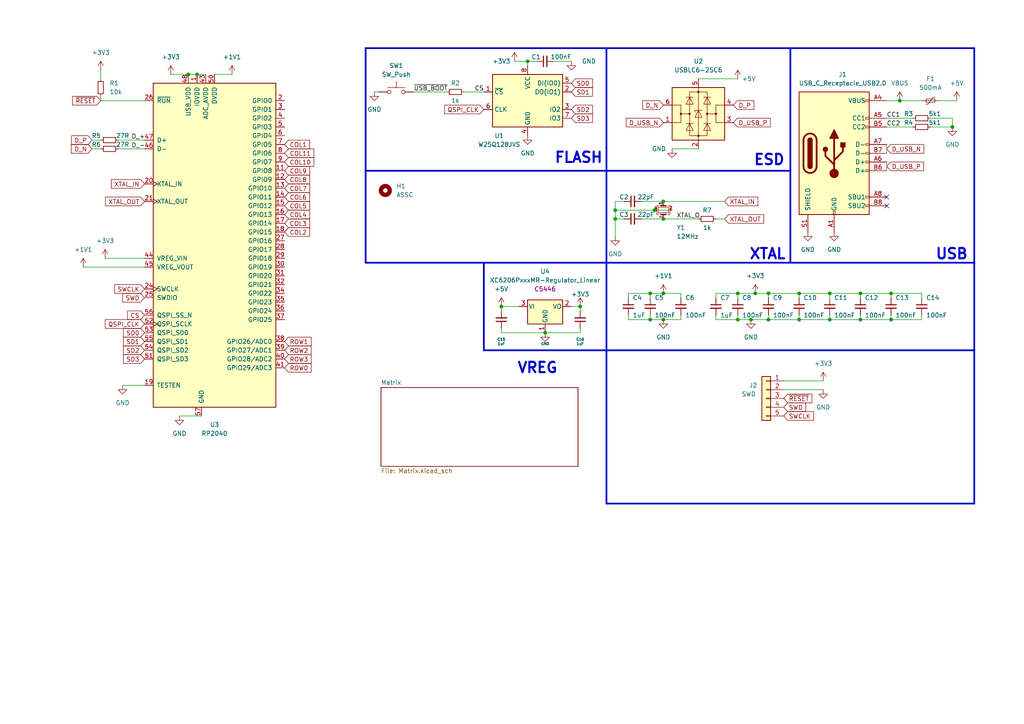
<source format=kicad_sch>
(kicad_sch (version 20211123) (generator eeschema)
  (paper "A4")
  (lib_symbols
    (symbol "Connector:USB_C_Receptacle_USB2.0" (pin_names (offset 1.016))
      (property "Reference" "J" (at -10.16 19.05 0))
      (property "Value" "USB_C_Receptacle_USB2.0" (at 19.05 19.05 0))
      (symbol "USB_C_Receptacle_USB2.0_0_0"
        (rectangle (start -0.254 -17.78) (end 0.254 -16.764))
        (rectangle (start 10.16 -14.986) (end 9.144 -15.494))
        (rectangle (start 10.16 -12.446) (end 9.144 -12.954))
        (rectangle (start 10.16 -4.826) (end 9.144 -5.334))
        (rectangle (start 10.16 -2.286) (end 9.144 -2.794))
        (rectangle (start 10.16 0.254) (end 9.144 -0.254))
        (rectangle (start 10.16 2.794) (end 9.144 2.286))
        (rectangle (start 10.16 7.874) (end 9.144 7.366))
        (rectangle (start 10.16 10.414) (end 9.144 9.906))
        (rectangle (start 10.16 15.494) (end 9.144 14.986))
      )
      (symbol "USB_C_Receptacle_USB2.0_0_1"
        (rectangle (start -10.16 17.78) (end 10.16 -17.78) (stroke (width 0.254)) (fill (type background)))
        (arc (start -8.89 -3.81) (mid -6.985 -5.715) (end -5.08 -3.81) (stroke (width 0.508)))
        (arc (start -7.62 -3.81) (mid -6.985 -4.445) (end -6.35 -3.81) (stroke (width 0.254)))
        (arc (start -7.62 -3.81) (mid -6.985 -4.445) (end -6.35 -3.81) (stroke (width 0.254)) (fill (type outline)))
        (rectangle (start -7.62 -3.81) (end -6.35 3.81) (stroke (width 0.254)) (fill (type outline)))
        (arc (start -6.35 3.81) (mid -6.985 4.445) (end -7.62 3.81) (stroke (width 0.254)))
        (arc (start -6.35 3.81) (mid -6.985 4.445) (end -7.62 3.81) (stroke (width 0.254)) (fill (type outline)))
        (arc (start -5.08 3.81) (mid -6.985 5.715) (end -8.89 3.81) (stroke (width 0.508)))
        (circle (center -2.54 1.143) (radius 0.635) (stroke (width 0.254)) (fill (type outline)))
        (circle (center 0 -5.842) (radius 1.27) (fill (type outline)))
        (polyline (pts (xy -8.89 -3.81) (xy -8.89 3.81)) (stroke (width 0.508)))
        (polyline (pts (xy -5.08 3.81) (xy -5.08 -3.81)) (stroke (width 0.508)))
        (polyline (pts (xy 0 -5.842) (xy 0 4.318)) (stroke (width 0.508)))
        (polyline (pts (xy 0 -3.302) (xy -2.54 -0.762) (xy -2.54 0.508)) (stroke (width 0.508)))
        (polyline (pts (xy 0 -2.032) (xy 2.54 0.508) (xy 2.54 1.778)) (stroke (width 0.508)))
        (polyline (pts (xy -1.27 4.318) (xy 0 6.858) (xy 1.27 4.318) (xy -1.27 4.318)) (stroke (width 0.254)) (fill (type outline)))
        (rectangle (start 1.905 1.778) (end 3.175 3.048) (stroke (width 0.254)) (fill (type outline)))
      )
      (symbol "USB_C_Receptacle_USB2.0_1_1"
        (pin passive line (at 0 -22.86 90) (length 5.08) (name "GND") (number "A1"))
        (pin passive line (at 0 -22.86 90) (length 5.08) hide (name "GND") (number "A12"))
        (pin passive line (at 15.24 15.24 180) (length 5.08) (name "VBUS") (number "A4"))
        (pin bidirectional line (at 15.24 10.16 180) (length 5.08) (name "CC1") (number "A5"))
        (pin bidirectional line (at 15.24 -2.54 180) (length 5.08) (name "D+") (number "A6"))
        (pin bidirectional line (at 15.24 2.54 180) (length 5.08) (name "D-") (number "A7"))
        (pin bidirectional line (at 15.24 -12.7 180) (length 5.08) (name "SBU1") (number "A8"))
        (pin passive line (at 15.24 15.24 180) (length 5.08) hide (name "VBUS") (number "A9"))
        (pin passive line (at 0 -22.86 90) (length 5.08) hide (name "GND") (number "B1"))
        (pin passive line (at 0 -22.86 90) (length 5.08) hide (name "GND") (number "B12"))
        (pin passive line (at 15.24 15.24 180) (length 5.08) hide (name "VBUS") (number "B4"))
        (pin bidirectional line (at 15.24 7.62 180) (length 5.08) (name "CC2") (number "B5"))
        (pin bidirectional line (at 15.24 -5.08 180) (length 5.08) (name "D+") (number "B6"))
        (pin bidirectional line (at 15.24 0 180) (length 5.08) (name "D-") (number "B7"))
        (pin bidirectional line (at 15.24 -15.24 180) (length 5.08) (name "SBU2") (number "B8"))
        (pin passive line (at 15.24 15.24 180) (length 5.08) hide (name "VBUS") (number "B9"))
        (pin passive line (at -7.62 -22.86 90) (length 5.08) (name "SHIELD") (number "S1"))
      )
    )
    (symbol "Connector_Generic:Conn_01x05" (pin_names (offset 1.016) hide)
      (property "Reference" "J" (at 0 7.62 0))
      (property "Value" "Conn_01x05" (at 0 -7.62 0))
      (symbol "Conn_01x05_1_1"
        (rectangle (start -1.27 -4.953) (end 0 -5.207) (stroke (width 0.1524)))
        (rectangle (start -1.27 -2.413) (end 0 -2.667) (stroke (width 0.1524)))
        (rectangle (start -1.27 0.127) (end 0 -0.127) (stroke (width 0.1524)))
        (rectangle (start -1.27 2.667) (end 0 2.413) (stroke (width 0.1524)))
        (rectangle (start -1.27 5.207) (end 0 4.953) (stroke (width 0.1524)))
        (rectangle (start -1.27 6.35) (end 1.27 -6.35) (stroke (width 0.254)) (fill (type background)))
        (pin passive line (at -5.08 5.08 0) (length 3.81) (name "Pin_1") (number "1"))
        (pin passive line (at -5.08 2.54 0) (length 3.81) (name "Pin_2") (number "2"))
        (pin passive line (at -5.08 0 0) (length 3.81) (name "Pin_3") (number "3"))
        (pin passive line (at -5.08 -2.54 0) (length 3.81) (name "Pin_4") (number "4"))
        (pin passive line (at -5.08 -5.08 0) (length 3.81) (name "Pin_5") (number "5"))
      )
    )
    (symbol "Device:C_Small" (pin_numbers hide) (pin_names (offset 0.254) hide)
      (property "Reference" "C" (at 0.254 1.778 0))
      (property "Value" "C_Small" (at 0.254 -2.032 0))
      (symbol "C_Small_0_1"
        (polyline (pts (xy -1.524 -0.508) (xy 1.524 -0.508)) (stroke (width 0.3302)))
        (polyline (pts (xy -1.524 0.508) (xy 1.524 0.508)) (stroke (width 0.3048)))
      )
      (symbol "C_Small_1_1"
        (pin passive line (at 0 2.54 270) (length 2.032) (name "~") (number "1"))
        (pin passive line (at 0 -2.54 90) (length 2.032) (name "~") (number "2"))
      )
    )
    (symbol "Device:Crystal_GND24_Small" (pin_names (offset 1.016) hide)
      (property "Reference" "Y" (at 1.27 4.445 0))
      (property "Value" "Crystal_GND24_Small" (at 1.27 2.54 0))
      (symbol "Crystal_GND24_Small_0_1"
        (rectangle (start -0.762 -1.524) (end 0.762 1.524))
        (polyline (pts (xy -1.27 -0.762) (xy -1.27 0.762)) (stroke (width 0.381)))
        (polyline (pts (xy 1.27 -0.762) (xy 1.27 0.762)) (stroke (width 0.381)))
        (polyline (pts (xy -1.27 -1.27) (xy -1.27 -1.905) (xy 1.27 -1.905) (xy 1.27 -1.27)))
        (polyline (pts (xy -1.27 1.27) (xy -1.27 1.905) (xy 1.27 1.905) (xy 1.27 1.27)))
      )
      (symbol "Crystal_GND24_Small_1_1"
        (pin passive line (at -2.54 0 0) (length 1.27) (name "1") (number "1"))
        (pin passive line (at 0 -2.54 90) (length 0.635) (name "2") (number "2"))
        (pin passive line (at 2.54 0 180) (length 1.27) (name "3") (number "3"))
        (pin passive line (at 0 2.54 270) (length 0.635) (name "4") (number "4"))
      )
    )
    (symbol "Device:Polyfuse_Small" (pin_numbers hide) (pin_names (offset 0))
      (property "Reference" "F" (at -1.905 0 90))
      (property "Value" "Polyfuse_Small" (at 1.905 0 90))
      (symbol "Polyfuse_Small_0_1"
        (rectangle (start -0.508 1.27) (end 0.508 -1.27))
        (polyline (pts (xy 0 2.54) (xy 0 -2.54)))
        (polyline (pts (xy -1.016 1.27) (xy -1.016 0.762) (xy 1.016 -0.762) (xy 1.016 -1.27)))
      )
      (symbol "Polyfuse_Small_1_1"
        (pin passive line (at 0 2.54 270) (length 0.635) (name "~") (number "1"))
        (pin passive line (at 0 -2.54 90) (length 0.635) (name "~") (number "2"))
      )
    )
    (symbol "Device:R_Small" (pin_numbers hide) (pin_names (offset 0.254) hide)
      (property "Reference" "R" (at 0.762 0.508 0))
      (property "Value" "R_Small" (at 0.762 -1.016 0))
      (symbol "R_Small_0_1"
        (rectangle (start -0.762 1.778) (end 0.762 -1.778) (stroke (width 0.2032)))
      )
      (symbol "R_Small_1_1"
        (pin passive line (at 0 2.54 270) (length 0.762) (name "~") (number "1"))
        (pin passive line (at 0 -2.54 90) (length 0.762) (name "~") (number "2"))
      )
    )
    (symbol "Mechanical:MountingHole" (pin_names (offset 1.016))
      (property "Reference" "H" (at 0 5.08 0))
      (property "Value" "MountingHole" (at 0 3.175 0))
      (symbol "MountingHole_0_1"
        (circle (center 0 0) (radius 1.27) (stroke (width 1.27)))
      )
    )
    (symbol "Memory_Flash:W25Q128JVS"
      (property "Reference" "U" (at -8.89 8.89 0))
      (property "Value" "W25Q128JVS" (at 7.62 8.89 0))
      (symbol "W25Q128JVS_0_1"
        (rectangle (start -10.16 7.62) (end 10.16 -7.62) (stroke (width 0.254)) (fill (type background)))
      )
      (symbol "W25Q128JVS_1_1"
        (pin input line (at -12.7 2.54 0) (length 2.54) (name "~{CS}") (number "1"))
        (pin bidirectional line (at 12.7 2.54 180) (length 2.54) (name "DO(IO1)") (number "2"))
        (pin bidirectional line (at 12.7 -2.54 180) (length 2.54) (name "IO2") (number "3"))
        (pin power_in line (at 0 -10.16 90) (length 2.54) (name "GND") (number "4"))
        (pin bidirectional line (at 12.7 5.08 180) (length 2.54) (name "DI(IO0)") (number "5"))
        (pin input line (at -12.7 -2.54 0) (length 2.54) (name "CLK") (number "6"))
        (pin bidirectional line (at 12.7 -5.08 180) (length 2.54) (name "IO3") (number "7"))
        (pin power_in line (at 0 10.16 270) (length 2.54) (name "VCC") (number "8"))
      )
    )
    (symbol "Power_Protection:USBLC6-2SC6" (pin_names hide)
      (property "Reference" "U" (at 2.54 8.89 0))
      (property "Value" "USBLC6-2SC6" (at 2.54 -8.89 0))
      (symbol "USBLC6-2SC6_0_1"
        (rectangle (start -7.62 -7.62) (end 7.62 7.62) (stroke (width 0.254)) (fill (type background)))
        (circle (center -5.08 0) (radius 0.254) (fill (type outline)))
        (circle (center -2.54 0) (radius 0.254) (fill (type outline)))
        (rectangle (start -2.54 6.35) (end 2.54 -6.35))
        (circle (center 0 -6.35) (radius 0.254) (fill (type outline)))
        (polyline (pts (xy -5.08 -2.54) (xy -7.62 -2.54)))
        (polyline (pts (xy -5.08 0) (xy -5.08 -2.54)))
        (polyline (pts (xy -5.08 2.54) (xy -7.62 2.54)))
        (polyline (pts (xy -1.524 -2.794) (xy -3.556 -2.794)))
        (polyline (pts (xy -1.524 4.826) (xy -3.556 4.826)))
        (polyline (pts (xy 0 -7.62) (xy 0 -6.35)))
        (polyline (pts (xy 0 -6.35) (xy 0 1.27)))
        (polyline (pts (xy 0 1.27) (xy 0 6.35)))
        (polyline (pts (xy 0 6.35) (xy 0 7.62)))
        (polyline (pts (xy 1.524 -2.794) (xy 3.556 -2.794)))
        (polyline (pts (xy 1.524 4.826) (xy 3.556 4.826)))
        (polyline (pts (xy 5.08 -2.54) (xy 7.62 -2.54)))
        (polyline (pts (xy 5.08 0) (xy 5.08 -2.54)))
        (polyline (pts (xy 5.08 2.54) (xy 7.62 2.54)))
        (polyline (pts (xy -2.54 0) (xy -5.08 0) (xy -5.08 2.54)))
        (polyline (pts (xy 2.54 0) (xy 5.08 0) (xy 5.08 2.54)))
        (polyline (pts (xy -3.556 -4.826) (xy -1.524 -4.826) (xy -2.54 -2.794) (xy -3.556 -4.826)))
        (polyline (pts (xy -3.556 2.794) (xy -1.524 2.794) (xy -2.54 4.826) (xy -3.556 2.794)))
        (polyline (pts (xy -1.016 -1.016) (xy 1.016 -1.016) (xy 0 1.016) (xy -1.016 -1.016)))
        (polyline (pts (xy 1.016 1.016) (xy 0.762 1.016) (xy -1.016 1.016) (xy -1.016 0.508)))
        (polyline (pts (xy 3.556 -4.826) (xy 1.524 -4.826) (xy 2.54 -2.794) (xy 3.556 -4.826)))
        (polyline (pts (xy 3.556 2.794) (xy 1.524 2.794) (xy 2.54 4.826) (xy 3.556 2.794)))
        (circle (center 0 6.35) (radius 0.254) (fill (type outline)))
        (circle (center 2.54 0) (radius 0.254) (fill (type outline)))
        (circle (center 5.08 0) (radius 0.254) (fill (type outline)))
      )
      (symbol "USBLC6-2SC6_1_1"
        (pin passive line (at -10.16 -2.54 0) (length 2.54) (name "I/O1") (number "1"))
        (pin passive line (at 0 -10.16 90) (length 2.54) (name "GND") (number "2"))
        (pin passive line (at 10.16 -2.54 180) (length 2.54) (name "I/O2") (number "3"))
        (pin passive line (at 10.16 2.54 180) (length 2.54) (name "I/O2") (number "4"))
        (pin passive line (at 0 10.16 270) (length 2.54) (name "VBUS") (number "5"))
        (pin passive line (at -10.16 2.54 0) (length 2.54) (name "I/O1") (number "6"))
      )
    )
    (symbol "Sleep-lib:RP2040" (pin_names (offset 1.016))
      (property "Reference" "U" (at 8.89 51.435 0))
      (property "Value" "RP2040" (at 8.89 48.895 0))
      (symbol "RP2040_0_0"
        (rectangle (start -17.78 -45.72) (end 17.78 48.26) (stroke (width 0.254)) (fill (type background)))
      )
      (symbol "RP2040_1_1"
        (pin power_in line (at -5.08 50.8 270) (length 2.54) (name "IOVDD") (number "1"))
        (pin power_in line (at -5.08 50.8 270) (length 2.54) hide (name "IOVDD") (number "10"))
        (pin input line (at 20.32 22.86 180) (length 2.54) (name "GPIO8") (number "11"))
        (pin input line (at 20.32 20.32 180) (length 2.54) (name "GPIO9") (number "12"))
        (pin input line (at 20.32 17.78 180) (length 2.54) (name "GPIO10") (number "13"))
        (pin input line (at 20.32 15.24 180) (length 2.54) (name "GPIO11") (number "14"))
        (pin input line (at 20.32 12.7 180) (length 2.54) (name "GPIO12") (number "15"))
        (pin input line (at 20.32 10.16 180) (length 2.54) (name "GPIO13") (number "16"))
        (pin input line (at 20.32 7.62 180) (length 2.54) (name "GPIO14") (number "17"))
        (pin input line (at 20.32 5.08 180) (length 2.54) (name "GPIO15") (number "18"))
        (pin input line (at -20.32 -39.37 0) (length 2.54) (name "TESTEN") (number "19"))
        (pin input line (at 20.32 43.18 180) (length 2.54) (name "GPIO0") (number "2"))
        (pin input clock (at -20.32 19.05 0) (length 2.54) (name "XTAL_IN") (number "20"))
        (pin input clock (at -20.32 13.97 0) (length 2.54) (name "XTAL_OUT") (number "21"))
        (pin power_in line (at -5.08 50.8 270) (length 2.54) hide (name "IOVDD") (number "22"))
        (pin power_in line (at 0 50.8 270) (length 2.54) hide (name "DVDD") (number "23"))
        (pin input clock (at -20.32 -11.43 0) (length 2.54) (name "SWCLK") (number "24"))
        (pin bidirectional line (at -20.32 -13.97 0) (length 2.54) (name "SWDIO") (number "25"))
        (pin input line (at -20.32 43.18 0) (length 2.54) (name "~{RUN}") (number "26"))
        (pin input line (at 20.32 2.54 180) (length 2.54) (name "GPIO16") (number "27"))
        (pin input line (at 20.32 0 180) (length 2.54) (name "GPIO17") (number "28"))
        (pin input line (at 20.32 -2.54 180) (length 2.54) (name "GPIO18") (number "29"))
        (pin input line (at 20.32 40.64 180) (length 2.54) (name "GPIO1") (number "3"))
        (pin input line (at 20.32 -5.08 180) (length 2.54) (name "GPIO19") (number "30"))
        (pin input line (at 20.32 -7.62 180) (length 2.54) (name "GPIO20") (number "31"))
        (pin input line (at 20.32 -10.16 180) (length 2.54) (name "GPIO21") (number "32"))
        (pin power_in line (at -5.08 50.8 270) (length 2.54) hide (name "IOVDD") (number "33"))
        (pin input line (at 20.32 -12.7 180) (length 2.54) (name "GPIO22") (number "34"))
        (pin input line (at 20.32 -15.24 180) (length 2.54) (name "GPIO23") (number "35"))
        (pin input line (at 20.32 -17.78 180) (length 2.54) (name "GPIO24") (number "36"))
        (pin input line (at 20.32 -20.32 180) (length 2.54) (name "GPIO25") (number "37"))
        (pin input line (at 20.32 -26.67 180) (length 2.54) (name "GPIO26/ADC0") (number "38"))
        (pin input line (at 20.32 -29.21 180) (length 2.54) (name "GPIO27/ADC1") (number "39"))
        (pin input line (at 20.32 38.1 180) (length 2.54) (name "GPIO2") (number "4"))
        (pin input line (at 20.32 -31.75 180) (length 2.54) (name "GPIO28/ADC2") (number "40"))
        (pin input line (at 20.32 -34.29 180) (length 2.54) (name "GPIO29/ADC3") (number "41"))
        (pin power_in line (at -5.08 50.8 270) (length 2.54) hide (name "IOVDD") (number "42"))
        (pin power_in line (at -2.54 50.8 270) (length 2.54) (name "ADC_AVDD") (number "43"))
        (pin power_in line (at -20.32 -2.54 0) (length 2.54) (name "VREG_VIN") (number "44"))
        (pin power_out line (at -20.32 -5.08 0) (length 2.54) (name "VREG_VOUT") (number "45"))
        (pin bidirectional line (at -20.32 29.21 0) (length 2.54) (name "D-") (number "46"))
        (pin bidirectional line (at -20.32 31.75 0) (length 2.54) (name "D+") (number "47"))
        (pin power_in line (at -7.62 50.8 270) (length 2.54) (name "USB_VDD") (number "48"))
        (pin power_in line (at -5.08 50.8 270) (length 2.54) hide (name "IOVDD") (number "49"))
        (pin input line (at 20.32 35.56 180) (length 2.54) (name "GPIO3") (number "5"))
        (pin power_in line (at 0 50.8 270) (length 2.54) (name "DVDD") (number "50"))
        (pin bidirectional line (at -20.32 -31.75 0) (length 2.54) (name "QSPI_SD3") (number "51"))
        (pin input clock (at -20.32 -21.59 0) (length 2.54) (name "QSPI_SCLK") (number "52"))
        (pin bidirectional line (at -20.32 -24.13 0) (length 2.54) (name "QSPI_SD0") (number "53"))
        (pin bidirectional line (at -20.32 -29.21 0) (length 2.54) (name "QSPI_SD2") (number "54"))
        (pin bidirectional line (at -20.32 -26.67 0) (length 2.54) (name "QSPI_SD1") (number "55"))
        (pin bidirectional line (at -20.32 -19.05 0) (length 2.54) (name "QSPI_SS_N") (number "56"))
        (pin power_in line (at -3.81 -48.26 90) (length 2.54) (name "GND") (number "57"))
        (pin input line (at 20.32 33.02 180) (length 2.54) (name "GPIO4") (number "6"))
        (pin input line (at 20.32 30.48 180) (length 2.54) (name "GPIO5") (number "7"))
        (pin input line (at 20.32 27.94 180) (length 2.54) (name "GPIO6") (number "8"))
        (pin input line (at 20.32 25.4 180) (length 2.54) (name "GPIO7") (number "9"))
      )
    )
    (symbol "Switch:SW_Push" (pin_numbers hide) (pin_names (offset 1.016) hide)
      (property "Reference" "SW" (at 1.27 2.54 0))
      (property "Value" "SW_Push" (at 0 -1.524 0))
      (symbol "SW_Push_0_1"
        (circle (center -2.032 0) (radius 0.508))
        (polyline (pts (xy 0 1.27) (xy 0 3.048)))
        (polyline (pts (xy 2.54 1.27) (xy -2.54 1.27)))
        (circle (center 2.032 0) (radius 0.508))
        (pin passive line (at -5.08 0 0) (length 2.54) (name "1") (number "1"))
        (pin passive line (at 5.08 0 180) (length 2.54) (name "2") (number "2"))
      )
    )
    (symbol "kicad-keyboard-parts:XC6206PxxxMR-Regulator_Linear" (pin_names (offset 0.254))
      (property "Reference" "U" (at -3.81 3.175 0))
      (property "Value" "XC6206PxxxMR-Regulator_Linear" (at 0 3.175 0))
      (property "LCSC" "C5446" (at 0 0 0))
      (symbol "XC6206PxxxMR-Regulator_Linear_0_1"
        (rectangle (start -5.08 1.905) (end 5.08 -5.08) (stroke (width 0.254)) (fill (type background)))
      )
      (symbol "XC6206PxxxMR-Regulator_Linear_1_1"
        (pin power_in line (at 0 -7.62 90) (length 2.54) (name "GND") (number "1"))
        (pin power_out line (at 7.62 0 180) (length 2.54) (name "VO") (number "2"))
        (pin power_in line (at -7.62 0 0) (length 2.54) (name "VI") (number "3"))
      )
    )
    (symbol "power:+1V1" (power) (pin_names (offset 0))
      (property "Value" "+1V1" (at 0 3.556 0))
      (symbol "+1V1_0_1"
        (polyline (pts (xy -0.762 1.27) (xy 0 2.54)))
        (polyline (pts (xy 0 0) (xy 0 2.54)))
        (polyline (pts (xy 0 2.54) (xy 0.762 1.27)))
      )
      (symbol "+1V1_1_1"
        (pin power_in line (at 0 0 90) (length 0) hide (name "+1V1") (number "1"))
      )
    )
    (symbol "power:+3.3V" (power) (pin_names (offset 0))
      (property "Value" "+3.3V" (at 0 3.556 0))
      (symbol "+3.3V_0_1"
        (polyline (pts (xy -0.762 1.27) (xy 0 2.54)))
        (polyline (pts (xy 0 0) (xy 0 2.54)))
        (polyline (pts (xy 0 2.54) (xy 0.762 1.27)))
      )
      (symbol "+3.3V_1_1"
        (pin power_in line (at 0 0 90) (length 0) hide (name "+3V3") (number "1"))
      )
    )
    (symbol "power:+3V3" (power) (pin_names (offset 0))
      (property "Value" "+3V3" (at 0 3.556 0))
      (symbol "+3V3_0_1"
        (polyline (pts (xy -0.762 1.27) (xy 0 2.54)))
        (polyline (pts (xy 0 0) (xy 0 2.54)))
        (polyline (pts (xy 0 2.54) (xy 0.762 1.27)))
      )
      (symbol "+3V3_1_1"
        (pin power_in line (at 0 0 90) (length 0) hide (name "+3V3") (number "1"))
      )
    )
    (symbol "power:+5V" (power) (pin_names (offset 0))
      (property "Value" "+5V" (at 0 3.556 0))
      (symbol "+5V_0_1"
        (polyline (pts (xy -0.762 1.27) (xy 0 2.54)))
        (polyline (pts (xy 0 0) (xy 0 2.54)))
        (polyline (pts (xy 0 2.54) (xy 0.762 1.27)))
      )
      (symbol "+5V_1_1"
        (pin power_in line (at 0 0 90) (length 0) hide (name "+5V") (number "1"))
      )
    )
    (symbol "power:GND" (power) (pin_names (offset 0))
      (property "Value" "GND" (at 0 -3.81 0))
      (symbol "GND_0_1"
        (polyline (pts (xy 0 0) (xy 0 -1.27) (xy 1.27 -1.27) (xy 0 -2.54) (xy -1.27 -1.27) (xy 0 -1.27)))
      )
      (symbol "GND_1_1"
        (pin power_in line (at 0 0 270) (length 0) hide (name "GND") (number "1"))
      )
    )
    (symbol "power:VBUS" (power) (pin_names (offset 0))
      (property "Value" "VBUS" (at 0 3.81 0))
      (symbol "VBUS_0_1"
        (polyline (pts (xy -0.762 1.27) (xy 0 2.54)))
        (polyline (pts (xy 0 0) (xy 0 2.54)))
        (polyline (pts (xy 0 2.54) (xy 0.762 1.27)))
      )
      (symbol "VBUS_1_1"
        (pin power_in line (at 0 0 90) (length 0) hide (name "VBUS") (number "1"))
      )
    )
  )
  (junction (at 192.405 63.5))
  (junction (at 213.995 92.71))
  (junction (at 258.445 92.71))
  (junction (at 57.15 21.59))
  (junction (at 260.985 29.21))
  (junction (at 188.595 85.09))
  (junction (at 240.665 92.71))
  (junction (at 249.555 85.09))
  (junction (at 249.555 92.71))
  (junction (at 222.885 92.71))
  (junction (at 231.775 85.09))
  (junction (at 222.885 85.09))
  (junction (at 192.405 85.09))
  (junction (at 178.435 60.96))
  (junction (at 178.435 63.5))
  (junction (at 217.805 92.71))
  (junction (at 153.035 17.78))
  (junction (at 192.405 58.42))
  (junction (at 258.445 85.09))
  (junction (at 192.405 92.71))
  (junction (at 189.865 60.96))
  (junction (at 213.995 85.09))
  (junction (at 219.075 85.09))
  (junction (at 231.775 92.71))
  (junction (at 276.225 36.83))
  (junction (at 240.665 85.09))
  (junction (at 158.115 96.52) (diameter 0.9144))
  (junction (at 145.415 88.9) (diameter 0.9144))
  (junction (at 168.275 88.9) (diameter 0.9144))
  (junction (at 54.61 21.59))
  (junction (at 188.595 92.71))
  (no_connect (at 257.175 59.69))
  (no_connect (at 257.175 57.15))
  (wire (pts (xy 231.775 85.09) (xy 231.775 86.36)))
  (wire (pts (xy 222.885 85.09) (xy 231.775 85.09)))
  (wire (pts (xy 26.67 43.18) (xy 29.21 43.18)))
  (polyline (pts (xy 175.895 13.97) (xy 229.235 13.97)) (stroke (width 0.5) (type solid)))
  (wire (pts (xy 186.055 63.5) (xy 192.405 63.5)))
  (wire (pts (xy 192.405 63.5) (xy 202.565 63.5)))
  (wire (pts (xy 207.645 63.5) (xy 210.185 63.5)))
  (wire (pts (xy 207.645 91.44) (xy 207.645 92.71)))
  (wire (pts (xy 231.775 85.09) (xy 240.665 85.09)))
  (wire (pts (xy 258.445 85.09) (xy 258.445 86.36)))
  (wire (pts (xy 249.555 85.09) (xy 258.445 85.09)))
  (wire (pts (xy 240.665 85.09) (xy 249.555 85.09)))
  (wire (pts (xy 178.435 63.5) (xy 178.435 68.58)))
  (wire (pts (xy 272.415 29.21) (xy 277.495 29.21)))
  (wire (pts (xy 29.21 27.94) (xy 29.21 29.21)))
  (wire (pts (xy 145.415 88.9) (xy 150.495 88.9)))
  (wire (pts (xy 34.29 40.64) (xy 41.91 40.64)))
  (wire (pts (xy 257.175 34.29) (xy 264.795 34.29)))
  (wire (pts (xy 145.415 95.25) (xy 145.415 96.52)))
  (polyline (pts (xy 282.575 146.05) (xy 282.575 101.6)) (stroke (width 0.5) (type solid)))
  (wire (pts (xy 178.435 60.96) (xy 178.435 63.5)))
  (wire (pts (xy 238.76 113.03) (xy 227.33 113.03)))
  (wire (pts (xy 62.23 21.59) (xy 67.31 21.59)))
  (wire (pts (xy 188.595 91.44) (xy 188.595 92.71)))
  (wire (pts (xy 26.67 40.64) (xy 29.21 40.64)))
  (wire (pts (xy 227.33 110.49) (xy 238.76 110.49)))
  (polyline (pts (xy 282.575 101.6) (xy 282.575 76.2)) (stroke (width 0.5) (type solid)))
  (wire (pts (xy 54.61 21.59) (xy 57.15 21.59)))
  (wire (pts (xy 49.53 21.59) (xy 54.61 21.59)))
  (wire (pts (xy 57.15 21.59) (xy 59.69 21.59)))
  (polyline (pts (xy 175.895 49.53) (xy 229.235 49.53)) (stroke (width 0.5) (type solid)))
  (wire (pts (xy 189.865 60.96) (xy 194.945 60.96)))
  (wire (pts (xy 180.975 58.42) (xy 178.435 58.42)))
  (wire (pts (xy 178.435 58.42) (xy 178.435 60.96)))
  (wire (pts (xy 178.435 63.5) (xy 180.975 63.5)))
  (wire (pts (xy 269.875 34.29) (xy 276.225 34.29)))
  (wire (pts (xy 276.225 34.29) (xy 276.225 36.83)))
  (wire (pts (xy 207.645 85.09) (xy 207.645 86.36)))
  (wire (pts (xy 52.07 120.65) (xy 58.42 120.65)))
  (wire (pts (xy 30.48 74.93) (xy 41.91 74.93)))
  (wire (pts (xy 158.115 96.52) (xy 145.415 96.52)))
  (wire (pts (xy 35.56 111.76) (xy 41.91 111.76)))
  (wire (pts (xy 222.885 92.71) (xy 231.775 92.71)))
  (wire (pts (xy 231.775 92.71) (xy 231.775 91.44)))
  (wire (pts (xy 149.225 17.78) (xy 153.035 17.78)))
  (wire (pts (xy 160.655 17.78) (xy 165.735 17.78)))
  (polyline (pts (xy 175.895 146.05) (xy 175.895 101.6)) (stroke (width 0.5) (type solid)))
  (wire (pts (xy 240.665 85.09) (xy 240.665 86.36)))
  (wire (pts (xy 108.585 26.67) (xy 109.855 26.67)))
  (wire (pts (xy 240.665 91.44) (xy 240.665 92.71)))
  (polyline (pts (xy 175.895 146.05) (xy 282.575 146.05)) (stroke (width 0.5) (type solid)))
  (polyline (pts (xy 140.335 101.6) (xy 140.335 76.2)) (stroke (width 0.5) (type solid)))
  (wire (pts (xy 213.995 91.44) (xy 213.995 92.71)))
  (polyline (pts (xy 175.895 101.6) (xy 175.895 76.2)) (stroke (width 0.5) (type solid)))
  (wire (pts (xy 197.485 92.71) (xy 197.485 91.44)))
  (wire (pts (xy 192.405 92.71) (xy 197.485 92.71)))
  (wire (pts (xy 258.445 85.09) (xy 267.335 85.09)))
  (wire (pts (xy 267.335 85.09) (xy 267.335 86.36)))
  (polyline (pts (xy 106.045 76.2) (xy 106.045 13.97)) (stroke (width 0.5) (type solid)))
  (polyline (pts (xy 140.335 101.6) (xy 175.895 101.6)) (stroke (width 0.5) (type solid)))
  (wire (pts (xy 168.275 88.9) (xy 168.275 90.17)))
  (wire (pts (xy 213.995 85.09) (xy 207.645 85.09)))
  (wire (pts (xy 213.995 85.09) (xy 213.995 86.36)))
  (wire (pts (xy 207.645 92.71) (xy 213.995 92.71)))
  (wire (pts (xy 222.885 92.71) (xy 222.885 91.44)))
  (wire (pts (xy 249.555 85.09) (xy 249.555 86.36)))
  (wire (pts (xy 222.885 85.09) (xy 222.885 86.36)))
  (polyline (pts (xy 106.045 49.53) (xy 175.895 49.53)) (stroke (width 0.5) (type solid)))
  (wire (pts (xy 153.035 17.78) (xy 153.035 19.05)))
  (wire (pts (xy 231.775 92.71) (xy 240.665 92.71)))
  (wire (pts (xy 258.445 92.71) (xy 258.445 91.44)))
  (wire (pts (xy 249.555 92.71) (xy 258.445 92.71)))
  (wire (pts (xy 240.665 92.71) (xy 249.555 92.71)))
  (wire (pts (xy 257.175 41.91) (xy 257.175 44.45)))
  (wire (pts (xy 192.405 85.09) (xy 197.485 85.09)))
  (wire (pts (xy 197.485 85.09) (xy 197.485 86.36)))
  (wire (pts (xy 249.555 91.44) (xy 249.555 92.71)))
  (polyline (pts (xy 175.895 76.2) (xy 229.235 76.2)) (stroke (width 0.5) (type solid)))
  (wire (pts (xy 182.245 92.71) (xy 188.595 92.71)))
  (wire (pts (xy 182.245 91.44) (xy 182.245 92.71)))
  (wire (pts (xy 188.595 85.09) (xy 188.595 86.36)))
  (wire (pts (xy 41.91 77.47) (xy 24.13 77.47)))
  (wire (pts (xy 178.435 60.96) (xy 189.865 60.96)))
  (wire (pts (xy 168.275 95.25) (xy 168.275 96.52)))
  (wire (pts (xy 158.115 96.52) (xy 168.275 96.52)))
  (wire (pts (xy 194.945 43.18) (xy 202.565 43.18)))
  (wire (pts (xy 257.175 46.99) (xy 257.175 49.53)))
  (wire (pts (xy 213.995 92.71) (xy 217.805 92.71)))
  (polyline (pts (xy 106.045 76.2) (xy 175.895 76.2)) (stroke (width 0.5) (type solid)))
  (wire (pts (xy 258.445 92.71) (xy 267.335 92.71)))
  (wire (pts (xy 267.335 92.71) (xy 267.335 91.44)))
  (wire (pts (xy 257.175 29.21) (xy 260.985 29.21)))
  (wire (pts (xy 260.985 29.21) (xy 267.335 29.21)))
  (polyline (pts (xy 229.235 13.97) (xy 229.235 76.2)) (stroke (width 0.5) (type solid)))
  (polyline (pts (xy 229.235 76.2) (xy 282.575 76.2)) (stroke (width 0.5) (type solid)))
  (polyline (pts (xy 229.235 13.97) (xy 282.575 13.97)) (stroke (width 0.5) (type solid)))
  (polyline (pts (xy 282.575 76.2) (xy 282.575 13.97)) (stroke (width 0.5) (type solid)))
  (wire (pts (xy 29.21 29.21) (xy 41.91 29.21)))
  (wire (pts (xy 120.015 26.67) (xy 129.54 26.67)))
  (wire (pts (xy 134.62 26.67) (xy 140.335 26.67)))
  (wire (pts (xy 257.175 36.83) (xy 264.795 36.83)))
  (polyline (pts (xy 175.895 76.2) (xy 175.895 13.97)) (stroke (width 0.5) (type solid)))
  (polyline (pts (xy 175.895 101.6) (xy 282.575 101.6)) (stroke (width 0.5) (type solid)))
  (wire (pts (xy 153.035 17.78) (xy 155.575 17.78)))
  (polyline (pts (xy 106.045 13.97) (xy 175.895 13.97)) (stroke (width 0.5) (type solid)))
  (wire (pts (xy 269.875 36.83) (xy 276.225 36.83)))
  (wire (pts (xy 145.415 88.9) (xy 145.415 90.17)))
  (wire (pts (xy 165.735 88.9) (xy 168.275 88.9)))
  (wire (pts (xy 186.055 58.42) (xy 192.405 58.42)))
  (wire (pts (xy 188.595 92.71) (xy 192.405 92.71)))
  (wire (pts (xy 192.405 85.09) (xy 188.595 85.09)))
  (wire (pts (xy 188.595 85.09) (xy 182.245 85.09)))
  (wire (pts (xy 182.245 85.09) (xy 182.245 86.36)))
  (wire (pts (xy 213.995 85.09) (xy 219.075 85.09)))
  (wire (pts (xy 219.075 85.09) (xy 222.885 85.09)))
  (wire (pts (xy 217.805 92.71) (xy 222.885 92.71)))
  (wire (pts (xy 34.29 43.18) (xy 41.91 43.18)))
  (wire (pts (xy 192.405 58.42) (xy 210.185 58.42)))
  (wire (pts (xy 202.565 22.86) (xy 213.995 22.86)))
  (wire (pts (xy 29.21 20.32) (xy 29.21 22.86)))
  (text "USB\n" (at 271.145 75.565 0) (effects (font (size 3 3) (thickness 0.6) bold) (justify left bottom)))
  (text "VREG" (at 149.86 108.585 0) (effects (font (size 3 3) (thickness 0.6) bold) (justify left bottom)))
  (text "ESD" (at 218.44 48.26 0) (effects (font (size 3 3) (thickness 0.6) bold) (justify left bottom)))
  (text "XTAL\n" (at 217.17 75.565 0) (effects (font (size 3 3) (thickness 0.6) bold) (justify left bottom)))
  (text "FLASH" (at 160.655 47.625 0) (effects (font (size 3 3) (thickness 0.6) bold) (justify left bottom)))
  (label "CC1" (at 257.175 34.29 0))
  (label "CS" (at 140.335 26.67 180))
  (label "XTAL_O" (at 196.215 63.5 0))
  (label "D_-" (at 38.1 43.18 0))
  (label "CC2" (at 257.175 36.83 0))
  (label "D_+" (at 38.1 40.64 0))
  (label "~{USB_BOOT}" (at 120.015 26.67 0))
  (global_label "COL11" (shape input) (at 82.55 44.45 0) (property "Intersheet References" "${INTERSHEET_REFS}" (effects hide)))
  (global_label "SWCLK" (shape input) (at 41.91 83.82 180) (property "Intersheet References" "${INTERSHEET_REFS}" (effects hide)))
  (global_label "COL5" (shape input) (at 82.55 59.69 0) (property "Intersheet References" "${INTERSHEET_REFS}" (effects hide)))
  (global_label "COL8" (shape input) (at 82.55 52.07 0) (property "Intersheet References" "${INTERSHEET_REFS}" (effects hide)))
  (global_label "QSPI_CLK" (shape input) (at 140.335 31.75 180) (property "Intersheet References" "${INTERSHEET_REFS}" (effects hide)))
  (global_label "SD0" (shape input) (at 41.91 96.52 180) (property "Intersheet References" "${INTERSHEET_REFS}" (effects hide)))
  (global_label "XTAL_IN" (shape input) (at 41.91 53.34 180) (property "Intersheet References" "${INTERSHEET_REFS}" (effects hide)))
  (global_label "ROW2" (shape input) (at 82.55 101.6 0) (property "Intersheet References" "${INTERSHEET_REFS}" (effects hide)))
  (global_label "D_P" (shape input) (at 26.67 40.64 180) (property "Intersheet References" "${INTERSHEET_REFS}" (effects hide)))
  (global_label "COL2" (shape input) (at 82.55 67.31 0) (property "Intersheet References" "${INTERSHEET_REFS}" (effects hide)))
  (global_label "SWCLK" (shape input) (at 227.33 120.65 0) (property "Intersheet References" "${INTERSHEET_REFS}" (effects hide)))
  (global_label "D_N" (shape input) (at 26.67 43.18 180) (property "Intersheet References" "${INTERSHEET_REFS}" (effects hide)))
  (global_label "D_USB_N" (shape input) (at 192.405 35.56 180) (property "Intersheet References" "${INTERSHEET_REFS}" (effects hide)))
  (global_label "XTAL_IN" (shape input) (at 210.185 58.42 0) (property "Intersheet References" "${INTERSHEET_REFS}" (effects hide)))
  (global_label "COL10" (shape input) (at 82.55 46.99 0) (property "Intersheet References" "${INTERSHEET_REFS}" (effects hide)))
  (global_label "XTAL_OUT" (shape input) (at 41.91 58.42 180) (property "Intersheet References" "${INTERSHEET_REFS}" (effects hide)))
  (global_label "D_USB_P" (shape input) (at 257.175 48.26 0) (property "Intersheet References" "${INTERSHEET_REFS}" (effects hide)))
  (global_label "SD1" (shape input) (at 41.91 99.06 180) (property "Intersheet References" "${INTERSHEET_REFS}" (effects hide)))
  (global_label "XTAL_OUT" (shape input) (at 210.185 63.5 0) (property "Intersheet References" "${INTERSHEET_REFS}" (effects hide)))
  (global_label "COL6" (shape input) (at 82.55 57.15 0) (property "Intersheet References" "${INTERSHEET_REFS}" (effects hide)))
  (global_label "ROW3" (shape input) (at 82.55 104.14 0) (property "Intersheet References" "${INTERSHEET_REFS}" (effects hide)))
  (global_label "D_N" (shape input) (at 192.405 30.48 180) (property "Intersheet References" "${INTERSHEET_REFS}" (effects hide)))
  (global_label "D_P" (shape input) (at 212.725 30.48 0) (property "Intersheet References" "${INTERSHEET_REFS}" (effects hide)))
  (global_label "CS" (shape input) (at 41.91 91.44 180) (property "Intersheet References" "${INTERSHEET_REFS}" (effects hide)))
  (global_label "ROW1" (shape input) (at 82.55 99.06 0) (property "Intersheet References" "${INTERSHEET_REFS}" (effects hide)))
  (global_label "COL3" (shape input) (at 82.55 64.77 0) (property "Intersheet References" "${INTERSHEET_REFS}" (effects hide)))
  (global_label "SWD" (shape input) (at 41.91 86.36 180) (property "Intersheet References" "${INTERSHEET_REFS}" (effects hide)))
  (global_label "COL9" (shape input) (at 82.55 49.53 0) (property "Intersheet References" "${INTERSHEET_REFS}" (effects hide)))
  (global_label "SD1" (shape input) (at 165.735 26.67 0) (property "Intersheet References" "${INTERSHEET_REFS}" (effects hide)))
  (global_label "ROW0" (shape input) (at 82.55 106.68 0) (property "Intersheet References" "${INTERSHEET_REFS}" (effects hide)))
  (global_label "SD3" (shape input) (at 41.91 104.14 180) (property "Intersheet References" "${INTERSHEET_REFS}" (effects hide)))
  (global_label "~{RESET}" (shape input) (at 227.33 115.57 0) (property "Intersheet References" "${INTERSHEET_REFS}" (effects hide)))
  (global_label "D_USB_P" (shape input) (at 212.725 35.56 0) (property "Intersheet References" "${INTERSHEET_REFS}" (effects hide)))
  (global_label "D_USB_N" (shape input) (at 257.175 43.18 0) (property "Intersheet References" "${INTERSHEET_REFS}" (effects hide)))
  (global_label "QSPI_CLK" (shape input) (at 41.91 93.98 180) (property "Intersheet References" "${INTERSHEET_REFS}" (effects hide)))
  (global_label "COL1" (shape input) (at 82.55 41.91 0) (property "Intersheet References" "${INTERSHEET_REFS}" (effects hide)))
  (global_label "SD2" (shape input) (at 41.91 101.6 180) (property "Intersheet References" "${INTERSHEET_REFS}" (effects hide)))
  (global_label "SD2" (shape input) (at 165.735 31.75 0) (property "Intersheet References" "${INTERSHEET_REFS}" (effects hide)))
  (global_label "COL7" (shape input) (at 82.55 54.61 0) (property "Intersheet References" "${INTERSHEET_REFS}" (effects hide)))
  (global_label "SD3" (shape input) (at 165.735 34.29 0) (property "Intersheet References" "${INTERSHEET_REFS}" (effects hide)))
  (global_label "COL4" (shape input) (at 82.55 62.23 0) (property "Intersheet References" "${INTERSHEET_REFS}" (effects hide)))
  (global_label "SWD" (shape input) (at 227.33 118.11 0) (property "Intersheet References" "${INTERSHEET_REFS}" (effects hide)))
  (global_label "SD0" (shape input) (at 165.735 24.13 0) (property "Intersheet References" "${INTERSHEET_REFS}" (effects hide)))
  (global_label "~{RESET}" (shape input) (at 29.21 29.21 180) (property "Intersheet References" "${INTERSHEET_REFS}" (effects hide)))
  (symbol (lib_id "Device:R_Small") (at 267.335 36.83 90) (unit 1)
    (property "Reference" "R4" (at 263.525 35.56 90))
    (property "Value" "5k1" (at 271.145 35.56 90))
    (property "Footprint" "Resistor_SMD:R_0402_1005Metric" (effects hide))
    (property "LCSC" "C25905" (effects hide))
  )
  (symbol (lib_id "power:VBUS") (at 260.985 29.21 0) (unit 1)
    (property "Reference" "#PWR08" (effects hide))
    (property "Value" "VBUS" (at 260.985 24.13 0))
  )
  (symbol (lib_id "Device:C_Small") (at 240.665 88.9 0) (unit 1)
    (property "Reference" "C11" (at 241.935 86.3599 0) (effects (justify left)))
    (property "Value" "100nF" (at 241.935 91.4399 0) (effects (justify left)))
    (property "Footprint" "Capacitor_SMD:C_0402_1005Metric" (effects hide))
    (property "LCSC" "C1525" (effects hide))
  )
  (symbol (lib_id "power:GND") (at 234.315 67.31 0) (unit 1)
    (property "Reference" "#PWR017" (effects hide))
    (property "Value" "GND" (at 234.315 72.39 0))
  )
  (symbol (lib_id "power:+3V3") (at 149.225 17.78 0) (unit 1)
    (property "Reference" "#PWR01" (effects hide))
    (property "Value" "+3V3" (at 145.415 17.78 0))
  )
  (symbol (lib_id "Sleep-lib:RP2040") (at 62.23 72.39 0) (unit 1)
    (property "Reference" "U3" (at 62.23 123.19 0))
    (property "Value" "RP2040" (at 62.23 125.73 0))
    (property "Footprint" "Sleep-Lib:RP2040-QFN-56" (effects hide))
    (property "Datasheet" "https://datasheets.raspberrypi.com/rp2040/rp2040-datasheet.pdf" (effects hide))
    (property "LCSC" "C2040" (effects hide))
  )
  (symbol (lib_id "Device:Polyfuse_Small") (at 269.875 29.21 90) (unit 1)
    (property "Reference" "F1" (at 269.875 22.86 90))
    (property "Value" "500mA" (at 269.875 25.4 90))
    (property "Footprint" "Fuse:Fuse_1206_3216Metric" (effects hide))
    (property "LCSC" "C70076" (effects hide))
  )
  (symbol (lib_id "power:+5V") (at 277.495 29.21 0) (unit 1)
    (property "Reference" "#PWR09" (effects hide))
    (property "Value" "+5V" (at 277.495 24.13 0))
  )
  (symbol (lib_id "power:GND") (at 217.805 92.71 0) (unit 1)
    (property "Reference" "#PWR027" (effects hide))
    (property "Value" "GND" (at 217.805 97.79 0))
  )
  (symbol (lib_id "power:+3V3") (at 238.76 110.49 0) (unit 1)
    (property "Reference" "#PWR030" (effects hide))
    (property "Value" "+3V3" (at 238.76 105.41 0))
  )
  (symbol (lib_id "Device:C_Small") (at 267.335 88.9 0) (unit 1)
    (property "Reference" "C14" (at 268.605 86.3599 0) (effects (justify left)))
    (property "Value" "100nF" (at 268.605 91.4399 0) (effects (justify left)))
    (property "Footprint" "Capacitor_SMD:C_0402_1005Metric" (effects hide))
    (property "LCSC" "C1525" (effects hide))
  )
  (symbol (lib_id "power:GND") (at 52.07 120.65 0) (unit 1)
    (property "Reference" "#PWR032" (effects hide))
    (property "Value" "GND" (at 52.07 125.73 0))
  )
  (symbol (lib_id "power:GND") (at 153.035 39.37 0) (unit 1)
    (property "Reference" "#PWR011" (effects hide))
    (property "Value" "GND" (at 153.035 44.45 0))
  )
  (symbol (lib_id "Switch:SW_Push") (at 114.935 26.67 0) (unit 1) (in_bom no)
    (property "Reference" "SW1" (at 114.935 19.05 0))
    (property "Value" "SW_Push" (at 114.935 21.59 0))
    (property "Footprint" "Connector_PinSocket_2.54mm:PinSocket_1x02_P2.54mm_Vertical" (effects hide))
  )
  (symbol (lib_id "Device:C_Small") (at 182.245 88.9 0) (unit 1)
    (property "Reference" "C4" (at 183.515 86.3599 0) (effects (justify left)))
    (property "Value" "1uF" (at 183.515 91.4399 0) (effects (justify left)))
    (property "Footprint" "Capacitor_SMD:C_0402_1005Metric" (effects hide))
    (property "LCSC" "C52923" (effects hide))
  )
  (symbol (lib_id "power:+3V3") (at 30.48 74.93 0) (unit 1)
    (property "Reference" "#PWR020" (effects hide))
    (property "Value" "+3V3" (at 30.48 69.85 0))
  )
  (symbol (lib_id "power:GND") (at 158.115 96.52 0) (unit 1)
    (property "Reference" "#PWR028" (effects hide))
    (property "Value" "GND" (at 158.115 99.695 0) (effects (font (size 0.762 0.762))))
  )
  (symbol (lib_id "Device:C_Small") (at 158.115 17.78 90) (unit 1)
    (property "Reference" "C1" (at 156.8449 16.51 90) (effects (justify left)))
    (property "Value" "100nF" (at 165.7349 16.51 90) (effects (justify left)))
    (property "Footprint" "Capacitor_SMD:C_0402_1005Metric" (effects hide))
    (property "LCSC" "C1525" (effects hide))
  )
  (symbol (lib_id "Device:R_Small") (at 29.21 25.4 0) (unit 1)
    (property "Reference" "R1" (at 31.75 24.1299 0) (effects (justify left)))
    (property "Value" "10k" (at 31.75 26.6699 0) (effects (justify left)))
    (property "Footprint" "Resistor_SMD:R_0402_1005Metric" (effects hide))
    (property "LCSC" "C25744" (effects hide))
  )
  (symbol (lib_id "Device:C_Small") (at 183.515 63.5 90) (unit 1)
    (property "Reference" "C3" (at 180.975 62.23 90))
    (property "Value" "22pF" (at 187.325 62.23 90))
    (property "Footprint" "Capacitor_SMD:C_0402_1005Metric" (effects hide))
    (property "LCSC" "C1555" (effects hide))
  )
  (symbol (lib_id "Power_Protection:USBLC6-2SC6") (at 202.565 33.02 0) (unit 1)
    (property "Reference" "U2" (at 202.565 17.78 0))
    (property "Value" "USBLC6-2SC6" (at 202.565 20.32 0))
    (property "Footprint" "Package_TO_SOT_SMD:SOT-23-6" (effects hide))
    (property "Datasheet" "https://www.st.com/resource/en/datasheet/usblc6-2.pdf" (effects hide))
    (property "LCSC" "C2827654" (effects hide))
  )
  (symbol (lib_id "power:+3V3") (at 29.21 20.32 0) (unit 1)
    (property "Reference" "#PWR03" (effects hide))
    (property "Value" "+3V3" (at 29.21 15.24 0))
  )
  (symbol (lib_id "Device:C_Small") (at 168.275 92.71 180) (unit 1)
    (property "Reference" "C16" (at 168.275 98.425 0) (effects (font (size 0.762 0.762))))
    (property "Value" "1uF" (at 168.275 99.695 0) (effects (font (size 0.762 0.762))))
    (property "Footprint" "Capacitor_SMD:C_0402_1005Metric" (effects hide))
    (property "LCSC" "C52923" (effects hide))
  )
  (symbol (lib_id "power:+3V3") (at 219.075 85.09 0) (unit 1)
    (property "Reference" "#PWR023" (effects hide))
    (property "Value" "+3V3" (at 219.075 80.01 0))
  )
  (symbol (lib_id "Connector_Generic:Conn_01x05") (at 222.25 115.57 0) (mirror y) (unit 1) (in_bom no)
    (property "Reference" "J2" (at 218.44 111.76 0))
    (property "Value" "SWD" (at 217.17 114.3 0))
    (property "Footprint" "Connector_PinSocket_2.54mm:PinSocket_1x05_P2.54mm_Vertical" (effects hide))
  )
  (symbol (lib_id "power:GND") (at 178.435 68.58 0) (unit 1)
    (property "Reference" "#PWR019" (effects hide))
    (property "Value" "GND" (at 178.435 73.66 0))
  )
  (symbol (lib_id "Device:C_Small") (at 258.445 88.9 0) (unit 1)
    (property "Reference" "C13" (at 259.715 86.3599 0) (effects (justify left)))
    (property "Value" "100nF" (at 259.715 91.4399 0) (effects (justify left)))
    (property "Footprint" "Capacitor_SMD:C_0402_1005Metric" (effects hide))
    (property "LCSC" "C1525" (effects hide))
  )
  (symbol (lib_id "power:+1V1") (at 24.13 77.47 0) (unit 1)
    (property "Reference" "#PWR021" (effects hide))
    (property "Value" "+1V1" (at 24.13 72.39 0))
  )
  (symbol (lib_id "Device:C_Small") (at 207.645 88.9 0) (unit 1)
    (property "Reference" "C7" (at 208.915 86.3599 0) (effects (justify left)))
    (property "Value" "1uF" (at 208.915 91.4399 0) (effects (justify left)))
    (property "Footprint" "Capacitor_SMD:C_0402_1005Metric" (effects hide))
    (property "LCSC" "C52923" (effects hide))
  )
  (symbol (lib_id "power:+5V") (at 145.415 88.9 0) (unit 1)
    (property "Reference" "#PWR024" (effects hide))
    (property "Value" "+5V" (at 145.415 83.82 0))
  )
  (symbol (lib_id "power:GND") (at 165.735 17.78 0) (unit 1)
    (property "Reference" "#PWR02" (effects hide))
    (property "Value" "GND" (at 170.815 17.78 0))
  )
  (symbol (lib_id "Device:C_Small") (at 183.515 58.42 90) (unit 1)
    (property "Reference" "C2" (at 180.975 57.15 90))
    (property "Value" "22pF" (at 187.325 57.15 90))
    (property "Footprint" "Capacitor_SMD:C_0402_1005Metric" (effects hide))
    (property "LCSC" "C1555" (effects hide))
  )
  (symbol (lib_id "Device:C_Small") (at 231.775 88.9 0) (unit 1)
    (property "Reference" "C10" (at 233.045 86.3599 0) (effects (justify left)))
    (property "Value" "100nF" (at 233.045 91.4399 0) (effects (justify left)))
    (property "Footprint" "Capacitor_SMD:C_0402_1005Metric" (effects hide))
    (property "LCSC" "C1525" (effects hide))
  )
  (symbol (lib_id "Device:C_Small") (at 222.885 88.9 0) (unit 1)
    (property "Reference" "C9" (at 224.155 86.3599 0) (effects (justify left)))
    (property "Value" "100nF" (at 224.155 91.4399 0) (effects (justify left)))
    (property "Footprint" "Capacitor_SMD:C_0402_1005Metric" (effects hide))
    (property "LCSC" "C1525" (effects hide))
  )
  (symbol (lib_id "Device:R_Small") (at 267.335 34.29 90) (unit 1)
    (property "Reference" "R3" (at 263.525 33.02 90))
    (property "Value" "5k1" (at 271.145 33.02 90))
    (property "Footprint" "Resistor_SMD:R_0402_1005Metric" (effects hide))
    (property "LCSC" "C25905" (effects hide))
  )
  (symbol (lib_id "Device:Crystal_GND24_Small") (at 192.405 60.96 90) (unit 1)
    (property "Reference" "Y1" (at 196.215 66.04 90) (effects (justify right)))
    (property "Value" "12MHz" (at 196.215 68.58 90) (effects (justify right)))
    (property "Footprint" "Crystal:Crystal_SMD_3225-4Pin_3.2x2.5mm" (effects hide))
    (property "LCSC" "C97242" (effects hide))
  )
  (symbol (lib_id "power:+3.3V") (at 168.275 88.9 0) (unit 1)
    (property "Reference" "#PWR025" (effects hide))
    (property "Value" "+3.3V" (at 168.275 85.3526 0))
  )
  (symbol (lib_id "Device:C_Small") (at 249.555 88.9 0) (unit 1)
    (property "Reference" "C12" (at 250.825 86.3599 0) (effects (justify left)))
    (property "Value" "100nF" (at 250.825 91.4399 0) (effects (justify left)))
    (property "Footprint" "Capacitor_SMD:C_0402_1005Metric" (effects hide))
    (property "LCSC" "C1525" (effects hide))
  )
  (symbol (lib_id "power:GND") (at 276.225 36.83 0) (unit 1)
    (property "Reference" "#PWR010" (effects hide))
    (property "Value" "GND" (at 276.225 41.91 0))
  )
  (symbol (lib_id "Memory_Flash:W25Q128JVS") (at 153.035 29.21 0) (unit 1)
    (property "Reference" "U1" (at 144.78 39.37 0))
    (property "Value" "W25Q128JVS" (at 144.78 41.91 0))
    (property "Footprint" "Package_SO:SOIC-8_5.23x5.23mm_P1.27mm" (effects hide))
    (property "Datasheet" "http://www.winbond.com/resource-files/w25q128jv_dtr%20revc%2003272018%20plus.pdf" (effects hide))
    (property "LCSC" "C131025" (effects hide))
  )
  (symbol (lib_id "kicad-keyboard-parts:XC6206PxxxMR-Regulator_Linear") (at 158.115 88.9 0) (unit 1)
    (property "Reference" "U4" (at 158.115 78.74 0))
    (property "Value" "XC6206PxxxMR-Regulator_Linear" (at 158.115 81.28 0))
    (property "Footprint" "Package_TO_SOT_SMD:SOT-23" (effects hide))
    (property "Datasheet" "https://www.torexsemi.com/file/xc6206/XC6206.pdf" (effects hide))
    (property "LCSC" "C5446" (at 158.115 83.82 0))
  )
  (symbol (lib_id "power:GND") (at 241.935 67.31 0) (unit 1)
    (property "Reference" "#PWR018" (effects hide))
    (property "Value" "GND" (at 241.935 72.39 0))
  )
  (symbol (lib_id "Device:R_Small") (at 132.08 26.67 90) (unit 1)
    (property "Reference" "R2" (at 132.08 24.13 90))
    (property "Value" "1k" (at 132.08 29.21 90))
    (property "Footprint" "Resistor_SMD:R_0402_1005Metric" (effects hide))
    (property "LCSC" "C11702" (effects hide))
  )
  (symbol (lib_id "power:+5V") (at 213.995 22.86 0) (unit 1)
    (property "Reference" "#PWR06" (effects hide))
    (property "Value" "+5V" (at 217.17 22.86 0))
  )
  (symbol (lib_id "Device:R_Small") (at 31.75 40.64 90) (unit 1)
    (property "Reference" "R5" (at 27.94 39.37 90))
    (property "Value" "27R" (at 35.56 39.37 90))
    (property "Footprint" "Resistor_SMD:R_0603_1608Metric" (effects hide))
    (property "LCSC" "C25190" (effects hide))
  )
  (symbol (lib_id "power:GND") (at 108.585 26.67 0) (unit 1)
    (property "Reference" "#PWR07" (effects hide))
    (property "Value" "GND" (at 108.585 31.75 0))
  )
  (symbol (lib_id "Device:R_Small") (at 31.75 43.18 90) (unit 1)
    (property "Reference" "R6" (at 27.94 41.91 90))
    (property "Value" "27R" (at 35.56 41.91 90))
    (property "Footprint" "Resistor_SMD:R_0603_1608Metric" (effects hide))
    (property "LCSC" "C25190" (effects hide))
  )
  (symbol (lib_id "power:+3V3") (at 49.53 21.59 0) (unit 1)
    (property "Reference" "#PWR04" (effects hide))
    (property "Value" "+3V3" (at 49.53 16.51 0))
  )
  (symbol (lib_id "Device:C_Small") (at 188.595 88.9 0) (unit 1)
    (property "Reference" "C5" (at 189.865 86.3599 0) (effects (justify left)))
    (property "Value" "100nF" (at 189.865 91.4399 0) (effects (justify left)))
    (property "Footprint" "Capacitor_SMD:C_0402_1005Metric" (effects hide))
    (property "LCSC" "C1525" (effects hide))
  )
  (symbol (lib_id "power:GND") (at 192.405 92.71 0) (unit 1)
    (property "Reference" "#PWR026" (effects hide))
    (property "Value" "GND" (at 192.405 97.79 0))
  )
  (symbol (lib_id "Connector:USB_C_Receptacle_USB2.0") (at 241.935 44.45 0) (unit 1)
    (property "Reference" "J1" (at 244.4115 21.59 0))
    (property "Value" "USB_C_Receptacle_USB2.0" (at 244.4115 24.13 0))
    (property "Footprint" "Connector_USB:USB_C_Receptacle_HRO_TYPE-C-31-M-12" (effects hide))
    (property "Datasheet" "https://www.usb.org/sites/default/files/documents/usb_type-c.zip" (effects hide))
    (property "LCSC" "C165948" (effects hide))
  )
  (symbol (lib_id "Device:C_Small") (at 213.995 88.9 0) (unit 1)
    (property "Reference" "C8" (at 215.265 86.3599 0) (effects (justify left)))
    (property "Value" "100nF" (at 215.265 91.4399 0) (effects (justify left)))
    (property "Footprint" "Capacitor_SMD:C_0402_1005Metric" (effects hide))
    (property "LCSC" "C1525" (effects hide))
  )
  (symbol (lib_id "power:GND") (at 35.56 111.76 0) (unit 1)
    (property "Reference" "#PWR029" (effects hide))
    (property "Value" "GND" (at 35.56 116.84 0))
  )
  (symbol (lib_id "Device:C_Small") (at 197.485 88.9 0) (unit 1)
    (property "Reference" "C6" (at 198.755 86.3599 0) (effects (justify left)))
    (property "Value" "100nF" (at 198.755 91.4399 0) (effects (justify left)))
    (property "Footprint" "Capacitor_SMD:C_0402_1005Metric" (effects hide))
    (property "LCSC" "C1525" (effects hide))
  )
  (symbol (lib_id "power:GND") (at 194.945 43.18 0) (unit 1)
    (property "Reference" "#PWR012" (effects hide))
    (property "Value" "GND" (at 191.135 43.18 0))
  )
  (symbol (lib_id "Mechanical:MountingHole") (at 111.76 55.245 0) (unit 1) (in_bom no)
    (property "Reference" "H1" (at 114.935 53.9749 0) (effects (justify left)))
    (property "Value" "ASSC" (at 114.935 56.5149 0) (effects (justify left)))
    (property "Footprint" "Sleep-Lib:assc_fixed" (effects hide))
  )
  (symbol (lib_id "Device:C_Small") (at 145.415 92.71 180) (unit 1)
    (property "Reference" "C15" (at 145.415 98.425 0) (effects (font (size 0.762 0.762))))
    (property "Value" "1uF" (at 145.415 99.695 0) (effects (font (size 0.762 0.762))))
    (property "Footprint" "Capacitor_SMD:C_0402_1005Metric" (effects hide))
    (property "LCSC" "C52923" (effects hide))
  )
  (symbol (lib_id "Device:R_Small") (at 205.105 63.5 90) (unit 1)
    (property "Reference" "R7" (at 205.105 60.96 90))
    (property "Value" "1k" (at 205.105 66.04 90))
    (property "Footprint" "Resistor_SMD:R_0402_1005Metric" (effects hide))
    (property "LCSC" "C11702" (effects hide))
  )
  (symbol (lib_id "power:+1V1") (at 67.31 21.59 0) (unit 1)
    (property "Reference" "#PWR05" (effects hide))
    (property "Value" "+1V1" (at 67.31 16.51 0))
  )
  (symbol (lib_id "power:+1V1") (at 192.405 85.09 0) (unit 1)
    (property "Reference" "#PWR022" (effects hide))
    (property "Value" "+1V1" (at 192.405 80.01 0))
  )
  (symbol (lib_id "power:GND") (at 238.76 113.03 0) (unit 1)
    (property "Reference" "#PWR031" (effects hide))
    (property "Value" "GND" (at 238.76 118.11 0))
  )
  (sheet (at 110.49 112.395) (size 57.15 22.86) (stroke (width 0.1524))
    (property "Sheet name" "Matrix" (at 110.49 111.6834 0) (effects (justify left bottom)))
    (property "Sheet file" "Matrix.kicad_sch" (at 110.49 135.8396 0) (effects (justify left top)))
  )
)
</source>
